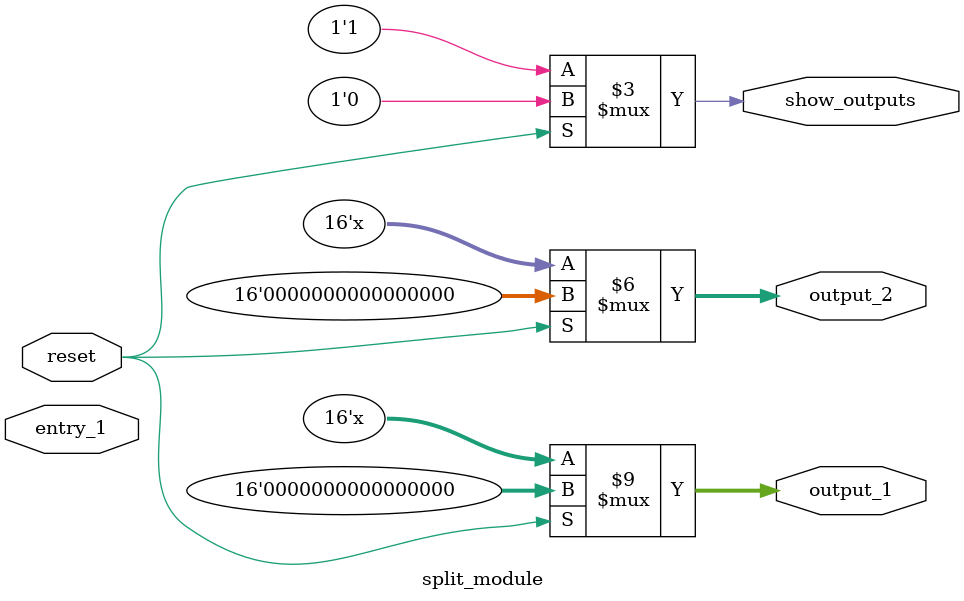
<source format=v>
module split_module (
entry_1,
reset,
output_1,
output_2,
show_outputs
);

/*
 * We define the type of entries and outputs
 */

input [15:0] entry_1; 
input reset;
output [15:0] output_1;
output [15:0] output_2;
output show_outputs;


/*
 * We make the split operation.
 * Also, we enable the show_outputs signal
 */

 reg [15:0] entry;
 reg [15:0] output_1;
 reg [15:0] output_2;
 reg show_outputs;
 
 always @(*)
 begin
  if(reset)
  begin
   entry = 16'h0000;
	output_1 = 16'h0000;
	output_2 = 16'h0000;
	show_outputs = 1'b0;
  end
  else
  begin
   output_1 = entry;
	output_2 = entry;
	show_outputs = 1'b1;
  end
  
 end


endmodule // end split_module
</source>
